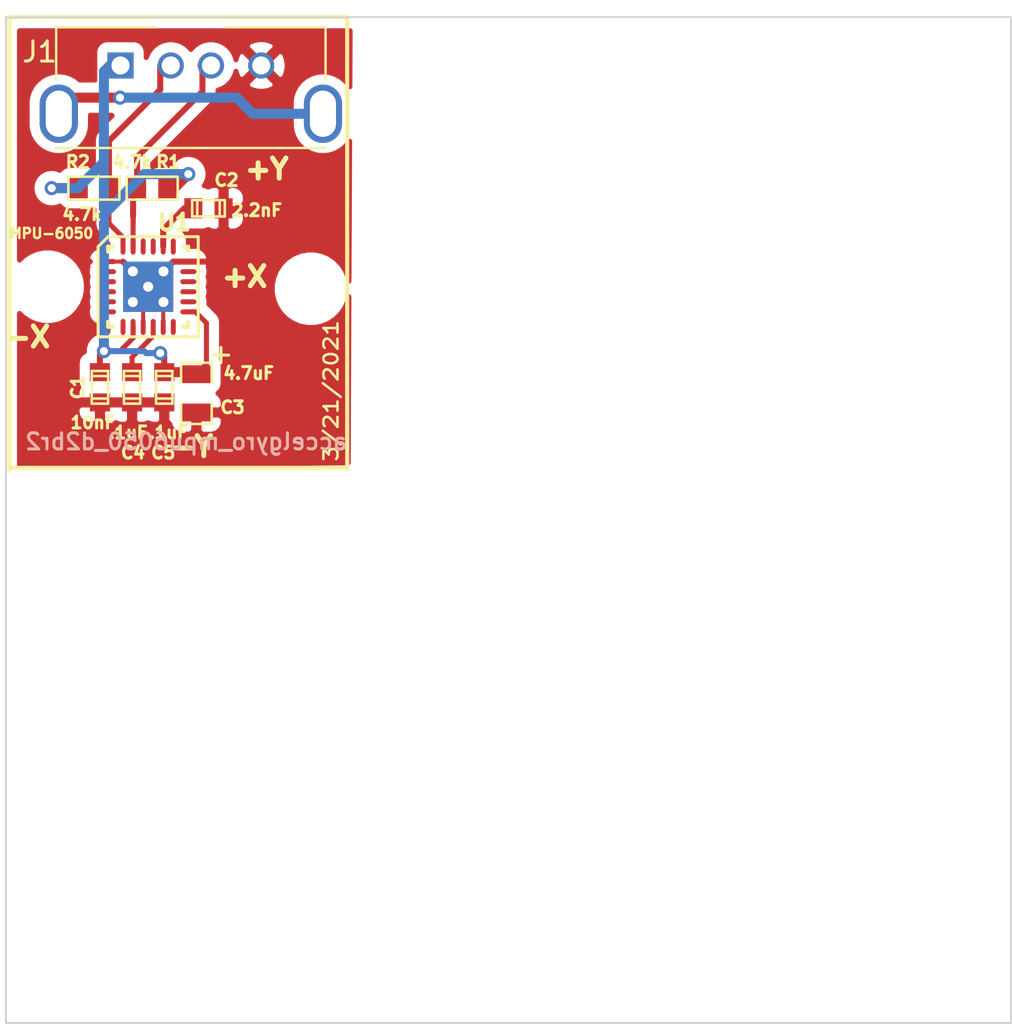
<source format=kicad_pcb>
(kicad_pcb (version 20171130) (host pcbnew 5.1.9-73d0e3b20d~88~ubuntu18.04.1)

  (general
    (thickness 1.6)
    (drawings 14)
    (tracks 82)
    (zones 0)
    (modules 11)
    (nets 8)
  )

  (page A)
  (layers
    (0 F.Cu signal)
    (31 B.Cu signal)
    (32 B.Adhes user)
    (33 F.Adhes user)
    (34 B.Paste user)
    (35 F.Paste user)
    (36 B.SilkS user)
    (37 F.SilkS user)
    (38 B.Mask user)
    (39 F.Mask user)
    (40 Dwgs.User user)
    (41 Cmts.User user)
    (42 Eco1.User user)
    (43 Eco2.User user)
    (44 Edge.Cuts user)
  )

  (setup
    (last_trace_width 0.5)
    (user_trace_width 0.1)
    (user_trace_width 0.15)
    (user_trace_width 0.2)
    (user_trace_width 0.25)
    (user_trace_width 0.3)
    (user_trace_width 0.35)
    (user_trace_width 0.4)
    (user_trace_width 0.5)
    (user_trace_width 0.6)
    (user_trace_width 0.7)
    (user_trace_width 0.8)
    (user_trace_width 1)
    (trace_clearance 0.05)
    (zone_clearance 0.5)
    (zone_45_only no)
    (trace_min 0.1)
    (via_size 0.7)
    (via_drill 0.4)
    (via_min_size 0.7)
    (via_min_drill 0.4)
    (uvia_size 0.4)
    (uvia_drill 0.127)
    (uvias_allowed no)
    (uvia_min_size 0.4)
    (uvia_min_drill 0.127)
    (edge_width 0.1)
    (segment_width 0.2)
    (pcb_text_width 0.3)
    (pcb_text_size 1.5 1.5)
    (mod_edge_width 0.15)
    (mod_text_size 1 1)
    (mod_text_width 0.15)
    (pad_size 0.6 0.6)
    (pad_drill 0.3)
    (pad_to_mask_clearance 0)
    (aux_axis_origin 0 0)
    (visible_elements 7FFFFFFF)
    (pcbplotparams
      (layerselection 0x010fc_ffffffff)
      (usegerberextensions true)
      (usegerberattributes false)
      (usegerberadvancedattributes false)
      (creategerberjobfile false)
      (excludeedgelayer true)
      (linewidth 0.150000)
      (plotframeref false)
      (viasonmask false)
      (mode 1)
      (useauxorigin false)
      (hpglpennumber 1)
      (hpglpenspeed 20)
      (hpglpendiameter 15.000000)
      (psnegative false)
      (psa4output false)
      (plotreference true)
      (plotvalue true)
      (plotinvisibletext false)
      (padsonsilk false)
      (subtractmaskfromsilk false)
      (outputformat 1)
      (mirror false)
      (drillshape 0)
      (scaleselection 1)
      (outputdirectory "PCB/"))
  )

  (net 0 "")
  (net 1 Vdd)
  (net 2 GND)
  (net 3 "Net-(C2-Pad1)")
  (net 4 "Net-(C4-Pad1)")
  (net 5 "Net-(J1-Pad5)")
  (net 6 SCL)
  (net 7 SDA)

  (net_class Default "This is the default net class."
    (clearance 0.05)
    (trace_width 0.5)
    (via_dia 0.7)
    (via_drill 0.4)
    (uvia_dia 0.4)
    (uvia_drill 0.127)
    (add_net GND)
    (add_net "Net-(C2-Pad1)")
    (add_net "Net-(C4-Pad1)")
    (add_net "Net-(J1-Pad5)")
    (add_net SCL)
    (add_net SDA)
    (add_net Vdd)
  )

  (module ted_capacitors:TED_SM0603_C (layer F.Cu) (tedit 5BF5AC1A) (tstamp 60583DAC)
    (at 142.875 110.4 270)
    (descr "SMT capacitor, 0603")
    (path /57C65F54)
    (fp_text reference C5 (at 3.25 0.05) (layer F.SilkS)
      (effects (font (size 0.6 0.6) (thickness 0.15)))
    )
    (fp_text value .1uF (at 2.25 -0.2) (layer F.SilkS)
      (effects (font (size 0.6 0.6) (thickness 0.15)))
    )
    (fp_line (start -0.8128 0.4064) (end -0.8128 -0.4064) (layer F.SilkS) (width 0.127))
    (fp_line (start 0.8128 0.4064) (end -0.8128 0.4064) (layer F.SilkS) (width 0.127))
    (fp_line (start 0.8128 -0.4064) (end 0.8128 0.4064) (layer F.SilkS) (width 0.127))
    (fp_line (start -0.8128 -0.4064) (end 0.8128 -0.4064) (layer F.SilkS) (width 0.127))
    (fp_line (start -0.5588 -0.381) (end -0.5588 0.4064) (layer F.SilkS) (width 0.127))
    (fp_line (start 0.5588 0.4064) (end 0.5588 -0.4064) (layer F.SilkS) (width 0.127))
    (pad 1 smd rect (at -0.75184 0 270) (size 0.89916 1.00076) (layers F.Cu F.Paste F.Mask)
      (net 1 Vdd) (clearance 0.1))
    (pad 2 smd rect (at 0.75184 0 270) (size 0.89916 1.00076) (layers F.Cu F.Paste F.Mask)
      (net 2 GND) (clearance 0.1))
    (model smd/capacitors/c_0603.wrl
      (at (xyz 0 0 0))
      (scale (xyz 1 1 1))
      (rotate (xyz 0 0 0))
    )
  )

  (module ted_ICs:TED_QFN24+1_NO_PASTE (layer F.Cu) (tedit 5BF5AA04) (tstamp 60583DFD)
    (at 142.075 105.4)
    (path /57C65137)
    (fp_text reference U1 (at 1.3 -3.2) (layer F.SilkS)
      (effects (font (size 0.8 0.8) (thickness 0.2)))
    )
    (fp_text value MPU-6050 (at -4.8 -2.65) (layer F.SilkS)
      (effects (font (size 0.5 0.5) (thickness 0.125)))
    )
    (fp_line (start 2.4892 -2.4892) (end 2.4892 2.4892) (layer F.SilkS) (width 0.14986))
    (fp_line (start 2.4892 2.4892) (end -2.4892 2.4892) (layer F.SilkS) (width 0.14986))
    (fp_line (start 1.99136 -1.99136) (end 1.99136 -1.74244) (layer F.SilkS) (width 0.20066))
    (fp_line (start 1.74244 -1.99136) (end 1.99136 -1.99136) (layer F.SilkS) (width 0.20066))
    (fp_line (start 1.99136 1.99136) (end 1.74244 1.99136) (layer F.SilkS) (width 0.20066))
    (fp_line (start 1.99136 1.74244) (end 1.99136 1.99136) (layer F.SilkS) (width 0.20066))
    (fp_line (start -1.99136 1.99136) (end -1.99136 1.74244) (layer F.SilkS) (width 0.20066))
    (fp_line (start -1.74244 1.99136) (end -1.99136 1.99136) (layer F.SilkS) (width 0.20066))
    (fp_line (start -1.99136 -1.99136) (end -1.74244 -1.99136) (layer F.SilkS) (width 0.20066))
    (fp_line (start -1.99136 -1.74244) (end -1.99136 -1.99136) (layer F.SilkS) (width 0.20066))
    (fp_line (start -2.4892 -1.99136) (end -1.99136 -2.4892) (layer F.SilkS) (width 0.14986))
    (fp_line (start -2.4892 -1.99136) (end -2.4892 2.4892) (layer F.SilkS) (width 0.14986))
    (fp_line (start -1.99136 -2.4892) (end 2.4892 -2.4892) (layer F.SilkS) (width 0.14986))
    (pad 25 smd rect (at 0 0 270) (size 2.49936 2.49936) (layers B.Cu B.Mask)
      (net 2 GND) (zone_connect 2))
    (pad 25 thru_hole circle (at -0.762 0.762 270) (size 0.6 0.6) (drill 0.5) (layers *.Cu)
      (net 2 GND) (zone_connect 2))
    (pad 25 thru_hole circle (at 0.762 0.762 270) (size 0.6 0.6) (drill 0.5) (layers *.Cu)
      (net 2 GND) (zone_connect 2))
    (pad 25 thru_hole circle (at -0.762 -0.762 270) (size 0.6 0.6) (drill 0.5) (layers *.Cu)
      (net 2 GND) (zone_connect 2))
    (pad 25 thru_hole circle (at 0.762 -0.762 270) (size 0.6 0.6) (drill 0.5) (layers *.Cu)
      (net 2 GND) (zone_connect 2))
    (pad 25 thru_hole circle (at 0 0 270) (size 0.6 0.6) (drill 0.5) (layers *.Cu)
      (net 2 GND) (zone_connect 2))
    (pad 24 smd oval (at -1.24968 -1.99898 270) (size 0.8001 0.24892) (layers F.Cu F.Paste F.Mask)
      (net 7 SDA))
    (pad 23 smd oval (at -0.7493 -1.99898 270) (size 0.8001 0.24892) (layers F.Cu F.Paste F.Mask)
      (net 6 SCL))
    (pad 22 smd oval (at -0.24892 -1.99898 270) (size 0.8001 0.24892) (layers F.Cu F.Paste F.Mask))
    (pad 21 smd oval (at 0.24892 -1.99898 270) (size 0.8001 0.24892) (layers F.Cu F.Paste F.Mask))
    (pad 20 smd oval (at 0.7493 -1.99898 270) (size 0.8001 0.24892) (layers F.Cu F.Paste F.Mask)
      (net 3 "Net-(C2-Pad1)"))
    (pad 19 smd oval (at 1.24968 -1.99898 270) (size 0.8001 0.24892) (layers F.Cu F.Paste F.Mask))
    (pad 18 smd oval (at 1.99898 -1.24968 180) (size 0.8001 0.24892) (layers F.Cu F.Paste F.Mask)
      (net 2 GND))
    (pad 17 smd oval (at 1.99898 -0.7493 180) (size 0.8001 0.24892) (layers F.Cu F.Paste F.Mask))
    (pad 16 smd oval (at 1.99898 -0.24892 180) (size 0.8001 0.24892) (layers F.Cu F.Paste F.Mask))
    (pad 15 smd oval (at 1.99898 0.24892 180) (size 0.8001 0.24892) (layers F.Cu F.Paste F.Mask))
    (pad 14 smd oval (at 1.99898 0.7493 180) (size 0.8001 0.24892) (layers F.Cu F.Paste F.Mask))
    (pad 13 smd oval (at 1.99898 1.24968 180) (size 0.8001 0.24892) (layers F.Cu F.Paste F.Mask)
      (net 1 Vdd))
    (pad 12 smd oval (at 1.24968 1.99898 90) (size 0.8001 0.24892) (layers F.Cu F.Paste F.Mask))
    (pad 11 smd oval (at 0.7493 1.99898 90) (size 0.8001 0.24892) (layers F.Cu F.Paste F.Mask)
      (net 2 GND))
    (pad 10 smd oval (at 0.24892 1.99898 90) (size 0.8001 0.24892) (layers F.Cu F.Paste F.Mask)
      (net 4 "Net-(C4-Pad1)"))
    (pad 9 smd oval (at -0.24892 1.99898 90) (size 0.8001 0.24892) (layers F.Cu F.Paste F.Mask)
      (net 2 GND))
    (pad 8 smd oval (at -0.7493 1.99898 90) (size 0.8001 0.24892) (layers F.Cu F.Paste F.Mask)
      (net 1 Vdd))
    (pad 7 smd oval (at -1.24968 1.99898 90) (size 0.8001 0.24892) (layers F.Cu F.Paste F.Mask))
    (pad 6 smd oval (at -1.99898 1.24968) (size 0.8001 0.24892) (layers F.Cu F.Paste F.Mask))
    (pad 5 smd oval (at -1.99898 0.7493) (size 0.8001 0.24892) (layers F.Cu F.Paste F.Mask))
    (pad 4 smd oval (at -1.99898 0.24892) (size 0.8001 0.24892) (layers F.Cu F.Paste F.Mask))
    (pad 3 smd oval (at -1.99898 -0.24892) (size 0.8001 0.24892) (layers F.Cu F.Paste F.Mask))
    (pad 2 smd oval (at -1.99898 -0.7493) (size 0.8001 0.24892) (layers F.Cu F.Paste F.Mask))
    (pad 1 smd oval (at -1.99898 -1.24968) (size 0.8001 0.24892) (layers F.Cu F.Paste F.Mask)
      (net 2 GND))
    (pad 25 smd rect (at 0 0 270) (size 2.49936 2.49936) (layers F.Cu F.Mask)
      (net 2 GND) (zone_connect 2))
    (model smd/qfn24.wrl
      (at (xyz 0 0 0))
      (scale (xyz 1 1 1))
      (rotate (xyz 0 0 0))
    )
  )

  (module ted_holes:TED_Hole_2_6mm (layer F.Cu) (tedit 0) (tstamp 60583CDC)
    (at 150.175 105.5)
    (path /539CBE67)
    (fp_text reference H2 (at -0.05 -2.425) (layer F.SilkS) hide
      (effects (font (size 1 1) (thickness 0.15)))
    )
    (fp_text value HOLE (at 0.25 2.6) (layer F.SilkS) hide
      (effects (font (size 1 1) (thickness 0.15)))
    )
    (pad "" np_thru_hole circle (at 0 0) (size 2.6 2.6) (drill 2.6) (layers *.Cu *.Mask F.SilkS))
  )

  (module ted_capacitors:TED_SM0603_C (layer F.Cu) (tedit 5BF5AC1D) (tstamp 60583C32)
    (at 141.275 110.4 270)
    (descr "SMT capacitor, 0603")
    (path /52A5541B)
    (fp_text reference C4 (at 3.25 -0.05) (layer F.SilkS)
      (effects (font (size 0.6 0.6) (thickness 0.15)))
    )
    (fp_text value .1uF (at 2.25 0.2) (layer F.SilkS)
      (effects (font (size 0.6 0.6) (thickness 0.15)))
    )
    (fp_line (start -0.8128 0.4064) (end -0.8128 -0.4064) (layer F.SilkS) (width 0.127))
    (fp_line (start 0.8128 0.4064) (end -0.8128 0.4064) (layer F.SilkS) (width 0.127))
    (fp_line (start 0.8128 -0.4064) (end 0.8128 0.4064) (layer F.SilkS) (width 0.127))
    (fp_line (start -0.8128 -0.4064) (end 0.8128 -0.4064) (layer F.SilkS) (width 0.127))
    (fp_line (start -0.5588 -0.381) (end -0.5588 0.4064) (layer F.SilkS) (width 0.127))
    (fp_line (start 0.5588 0.4064) (end 0.5588 -0.4064) (layer F.SilkS) (width 0.127))
    (pad 1 smd rect (at -0.75184 0 270) (size 0.89916 1.00076) (layers F.Cu F.Paste F.Mask)
      (net 4 "Net-(C4-Pad1)") (clearance 0.1))
    (pad 2 smd rect (at 0.75184 0 270) (size 0.89916 1.00076) (layers F.Cu F.Paste F.Mask)
      (net 2 GND) (clearance 0.1))
    (model smd/capacitors/c_0603.wrl
      (at (xyz 0 0 0))
      (scale (xyz 1 1 1))
      (rotate (xyz 0 0 0))
    )
  )

  (module ted_resistors:TED_SM0603_R (layer F.Cu) (tedit 590515EF) (tstamp 60583D7D)
    (at 139.375 100.5)
    (descr "SMT resistor, 0603")
    (path /606043D1)
    (fp_text reference R2 (at -0.8 -1.3) (layer F.SilkS)
      (effects (font (size 0.6 0.6) (thickness 0.15)))
    )
    (fp_text value 4.7k (at -0.6 1.3) (layer F.SilkS)
      (effects (font (size 0.6 0.6) (thickness 0.15)))
    )
    (fp_line (start -1.27 -0.57) (end -1.27 0.57) (layer F.SilkS) (width 0.127))
    (fp_line (start 1.27 -0.57) (end 1.27 0.57) (layer F.SilkS) (width 0.127))
    (fp_line (start -1.25 -0.57) (end 1.25 -0.57) (layer F.SilkS) (width 0.127))
    (fp_line (start 1.25 0.57) (end -1.25 0.57) (layer F.SilkS) (width 0.127))
    (pad 2 smd rect (at 0.75184 0) (size 0.89916 1.00076) (layers F.Cu F.Paste F.Mask)
      (net 7 SDA) (clearance 0.1))
    (pad 1 smd rect (at -0.75184 0) (size 0.89916 1.00076) (layers F.Cu F.Paste F.Mask)
      (net 1 Vdd) (clearance 0.1))
    (model smd/capacitors/c_0603.wrl
      (at (xyz 0 0 0))
      (scale (xyz 1 1 1))
      (rotate (xyz 0 0 0))
    )
  )

  (module ted_capacitors:TED_SM0603_C (layer F.Cu) (tedit 5BF5AC07) (tstamp 60583BF9)
    (at 139.675 110.4 270)
    (descr "SMT capacitor, 0603")
    (path /52959381)
    (fp_text reference C1 (at 0 1.1 270) (layer F.SilkS)
      (effects (font (size 0.6 0.6) (thickness 0.15)))
    )
    (fp_text value 10nF (at 1.75 0.35) (layer F.SilkS)
      (effects (font (size 0.6 0.6) (thickness 0.15)))
    )
    (fp_line (start -0.8128 0.4064) (end -0.8128 -0.4064) (layer F.SilkS) (width 0.127))
    (fp_line (start 0.8128 0.4064) (end -0.8128 0.4064) (layer F.SilkS) (width 0.127))
    (fp_line (start 0.8128 -0.4064) (end 0.8128 0.4064) (layer F.SilkS) (width 0.127))
    (fp_line (start -0.8128 -0.4064) (end 0.8128 -0.4064) (layer F.SilkS) (width 0.127))
    (fp_line (start -0.5588 -0.381) (end -0.5588 0.4064) (layer F.SilkS) (width 0.127))
    (fp_line (start 0.5588 0.4064) (end 0.5588 -0.4064) (layer F.SilkS) (width 0.127))
    (pad 1 smd rect (at -0.75184 0 270) (size 0.89916 1.00076) (layers F.Cu F.Paste F.Mask)
      (net 1 Vdd) (clearance 0.1))
    (pad 2 smd rect (at 0.75184 0 270) (size 0.89916 1.00076) (layers F.Cu F.Paste F.Mask)
      (net 2 GND) (clearance 0.1))
    (model smd/capacitors/c_0603.wrl
      (at (xyz 0 0 0))
      (scale (xyz 1 1 1))
      (rotate (xyz 0 0 0))
    )
  )

  (module ted_capacitors:TED_SM2012_0805_ELEC_C (layer F.Cu) (tedit 5BF5ABDC) (tstamp 60583E67)
    (at 144.475 110.7 270)
    (path /54A72EF7)
    (attr smd)
    (fp_text reference C3 (at 0.7 -1.8) (layer F.SilkS)
      (effects (font (size 0.6 0.6) (thickness 0.15)))
    )
    (fp_text value 4.7uF (at -1 -2.6 180) (layer F.SilkS)
      (effects (font (size 0.6 0.6) (thickness 0.15)))
    )
    (fp_line (start 1.524 0.762) (end 0.508 0.762) (layer F.SilkS) (width 0.127))
    (fp_line (start 1.524 -0.762) (end 1.524 0.762) (layer F.SilkS) (width 0.127))
    (fp_line (start 0.508 -0.762) (end 1.524 -0.762) (layer F.SilkS) (width 0.127))
    (fp_line (start -1.524 -0.762) (end -0.508 -0.762) (layer F.SilkS) (width 0.127))
    (fp_line (start -1.524 0.762) (end -1.524 -0.762) (layer F.SilkS) (width 0.127))
    (fp_line (start -0.508 0.762) (end -1.524 0.762) (layer F.SilkS) (width 0.127))
    (fp_text user + (at -1.9 -1.15 270) (layer F.SilkS)
      (effects (font (size 1 1) (thickness 0.15)))
    )
    (pad 2 smd rect (at 0.9525 0 270) (size 0.889 1.397) (layers F.Cu F.Paste F.Mask)
      (net 2 GND))
    (pad 1 smd rect (at -0.9525 0 270) (size 0.889 1.397) (layers F.Cu F.Paste F.Mask)
      (net 1 Vdd))
    (model smd/chip_cms.wrl
      (at (xyz 0 0 0))
      (scale (xyz 0.1 0.1 0.1))
      (rotate (xyz 0 0 0))
    )
  )

  (module ted_connectors:TED_USB_A_VERTICAL (layer F.Cu) (tedit 5FD3189F) (tstamp 60583EA5)
    (at 144.2 95.4)
    (descr https://www.molex.com/pdm_docs/sd/1050570001_sd.pdf)
    (tags "USB A Vertical")
    (path /60286078)
    (fp_text reference J1 (at -7.525 -1.675) (layer F.SilkS)
      (effects (font (size 1 1) (thickness 0.15)))
    )
    (fp_text value USB_A (at 0 4.4) (layer F.Fab)
      (effects (font (size 1 1) (thickness 0.15)))
    )
    (fp_line (start 6.7 3.1) (end -6.7 3.1) (layer F.SilkS) (width 0.12))
    (fp_line (start 6.7 -2.9) (end 1.75 -2.9) (layer F.SilkS) (width 0.12))
    (fp_line (start 6.7 -2.9) (end 6.7 -0.3) (layer F.SilkS) (width 0.12))
    (fp_line (start -6.7 -2.9) (end -6.7 -0.3) (layer F.SilkS) (width 0.12))
    (fp_line (start -6.7 -2.9) (end -1.75 -2.9) (layer F.SilkS) (width 0.12))
    (fp_line (start 6.55 2.96) (end -2.85 2.96) (layer F.Fab) (width 0.1))
    (fp_line (start -4.15 2.96) (end -6.55 2.96) (layer F.Fab) (width 0.1))
    (fp_line (start -3.5 2.2) (end -2.85 2.96) (layer F.Fab) (width 0.1))
    (fp_line (start -4.15 2.96) (end -3.5 2.2) (layer F.Fab) (width 0.1))
    (fp_line (start -8.02 -4.23) (end 8.02 -4.23) (layer F.CrtYd) (width 0.05))
    (fp_line (start -8.02 3.46) (end -8.02 -4.23) (layer F.CrtYd) (width 0.05))
    (fp_line (start 8.02 3.46) (end -8.02 3.46) (layer F.CrtYd) (width 0.05))
    (fp_line (start 8.02 -4.23) (end 8.02 3.46) (layer F.CrtYd) (width 0.05))
    (fp_line (start -6.55 2.96) (end -6.55 -2.76) (layer F.Fab) (width 0.1))
    (fp_line (start 6.55 -2.76) (end 6.55 2.96) (layer F.Fab) (width 0.1))
    (fp_line (start -6.55 -2.76) (end 6.55 -2.76) (layer F.Fab) (width 0.1))
    (fp_text user %R (at -0.05 -0.15) (layer F.Fab)
      (effects (font (size 1 1) (thickness 0.15)))
    )
    (pad 5 thru_hole oval (at 6.57 1.4) (size 1.9 2.9) (drill oval 1.3 2.3) (layers *.Cu *.Mask)
      (net 5 "Net-(J1-Pad5)"))
    (pad 5 thru_hole oval (at -6.57 1.4 180) (size 1.9 2.9) (drill oval 1.3 2.3) (layers *.Cu *.Mask)
      (net 5 "Net-(J1-Pad5)"))
    (pad 4 thru_hole circle (at 3.5 -1) (size 1.3 1.3) (drill 0.9) (layers *.Cu *.Mask)
      (net 2 GND))
    (pad 3 thru_hole circle (at 1 -1) (size 1.3 1.3) (drill 0.9) (layers *.Cu *.Mask)
      (net 6 SCL))
    (pad 2 thru_hole circle (at -1 -1) (size 1.3 1.3) (drill 0.9) (layers *.Cu *.Mask)
      (net 7 SDA))
    (pad 1 thru_hole rect (at -3.5 -1) (size 1.3 1.3) (drill 0.9) (layers *.Cu *.Mask)
      (net 1 Vdd))
    (model ${KISYS3DMOD}/Connector_USB.3dshapes/USB_A_Molex_105057_Vertical.wrl
      (at (xyz 0 0 0))
      (scale (xyz 1 1 1))
      (rotate (xyz 0 0 0))
    )
  )

  (module ted_holes:TED_Hole_2_6mm (layer F.Cu) (tedit 0) (tstamp 60583D69)
    (at 137.075 105.4)
    (path /5365C78C)
    (fp_text reference H1 (at -0.05 -2.425) (layer F.SilkS) hide
      (effects (font (size 1 1) (thickness 0.15)))
    )
    (fp_text value HOLE (at 0.25 2.6) (layer F.SilkS) hide
      (effects (font (size 1 1) (thickness 0.15)))
    )
    (pad "" np_thru_hole circle (at 0 0) (size 2.6 2.6) (drill 2.6) (layers *.Cu *.Mask F.SilkS))
  )

  (module ted_resistors:TED_SM0603_R (layer F.Cu) (tedit 590515EF) (tstamp 60583C7B)
    (at 142.275 100.5 180)
    (descr "SMT resistor, 0603")
    (path /60600AFC)
    (fp_text reference R1 (at -0.8 1.3) (layer F.SilkS)
      (effects (font (size 0.6 0.6) (thickness 0.15)))
    )
    (fp_text value 4.7k (at 1 1.3) (layer F.SilkS)
      (effects (font (size 0.6 0.6) (thickness 0.15)))
    )
    (fp_line (start 1.25 0.57) (end -1.25 0.57) (layer F.SilkS) (width 0.127))
    (fp_line (start -1.25 -0.57) (end 1.25 -0.57) (layer F.SilkS) (width 0.127))
    (fp_line (start 1.27 -0.57) (end 1.27 0.57) (layer F.SilkS) (width 0.127))
    (fp_line (start -1.27 -0.57) (end -1.27 0.57) (layer F.SilkS) (width 0.127))
    (pad 1 smd rect (at -0.75184 0 180) (size 0.89916 1.00076) (layers F.Cu F.Paste F.Mask)
      (net 1 Vdd) (clearance 0.1))
    (pad 2 smd rect (at 0.75184 0 180) (size 0.89916 1.00076) (layers F.Cu F.Paste F.Mask)
      (net 6 SCL) (clearance 0.1))
    (model smd/capacitors/c_0603.wrl
      (at (xyz 0 0 0))
      (scale (xyz 1 1 1))
      (rotate (xyz 0 0 0))
    )
  )

  (module ted_capacitors:TED_SM0603_C (layer F.Cu) (tedit 5BF5AA08) (tstamp 60583CEF)
    (at 145.075 101.5)
    (descr "SMT capacitor, 0603")
    (path /57C66146)
    (fp_text reference C2 (at 0.9 -1.4) (layer F.SilkS)
      (effects (font (size 0.6 0.6) (thickness 0.15)))
    )
    (fp_text value 2.2nF (at 2.4 0.1 180) (layer F.SilkS)
      (effects (font (size 0.6 0.6) (thickness 0.15)))
    )
    (fp_line (start -0.8128 0.4064) (end -0.8128 -0.4064) (layer F.SilkS) (width 0.127))
    (fp_line (start 0.8128 0.4064) (end -0.8128 0.4064) (layer F.SilkS) (width 0.127))
    (fp_line (start 0.8128 -0.4064) (end 0.8128 0.4064) (layer F.SilkS) (width 0.127))
    (fp_line (start -0.8128 -0.4064) (end 0.8128 -0.4064) (layer F.SilkS) (width 0.127))
    (fp_line (start -0.5588 -0.381) (end -0.5588 0.4064) (layer F.SilkS) (width 0.127))
    (fp_line (start 0.5588 0.4064) (end 0.5588 -0.4064) (layer F.SilkS) (width 0.127))
    (pad 1 smd rect (at -0.75184 0) (size 0.89916 1.00076) (layers F.Cu F.Paste F.Mask)
      (net 3 "Net-(C2-Pad1)") (clearance 0.1))
    (pad 2 smd rect (at 0.75184 0) (size 0.89916 1.00076) (layers F.Cu F.Paste F.Mask)
      (net 2 GND) (clearance 0.1))
    (model smd/capacitors/c_0603.wrl
      (at (xyz 0 0 0))
      (scale (xyz 1 1 1))
      (rotate (xyz 0 0 0))
    )
  )

  (gr_line (start 135.175 114.4) (end 151.975 114.4) (angle 90) (layer F.SilkS) (width 0.2) (tstamp 60583D0C))
  (gr_line (start 151.975 92) (end 135.175 92) (angle 90) (layer F.SilkS) (width 0.2) (tstamp 60583D63))
  (gr_text +Y (at 147.975 99.55) (layer F.SilkS) (tstamp 60583C22)
    (effects (font (size 1 1) (thickness 0.25)))
  )
  (gr_text -Y (at 144.225 113.35) (layer F.SilkS) (tstamp 60583E86)
    (effects (font (size 1 1) (thickness 0.25)))
  )
  (gr_line (start 135.175 92.1) (end 135.175 114.5) (angle 90) (layer F.SilkS) (width 0.2) (tstamp 60583D33))
  (gr_text accelgyro_mpu6050_d2br2 (at 143.975 113.1) (layer B.SilkS) (tstamp 60583CCA)
    (effects (font (size 0.8 0.8) (thickness 0.15)) (justify mirror))
  )
  (gr_text +X (at 146.875 104.9) (layer F.SilkS) (tstamp 60583D2A)
    (effects (font (size 1 1) (thickness 0.25)))
  )
  (gr_text -X (at 136.075 107.9) (layer F.SilkS) (tstamp 60583C91)
    (effects (font (size 1 1) (thickness 0.25)))
  )
  (gr_text 3/21/2021 (at 151.175 110.575 90) (layer F.SilkS) (tstamp 60583D39)
    (effects (font (size 0.7 0.8) (thickness 0.125)))
  )
  (gr_line (start 151.975 114.475) (end 151.975 92.075) (angle 90) (layer F.SilkS) (width 0.2) (tstamp 60583E80))
  (gr_line (start 135 142) (end 185 142) (angle 90) (layer Edge.Cuts) (width 0.1))
  (gr_line (start 185 92) (end 185 142) (angle 90) (layer Edge.Cuts) (width 0.1))
  (gr_line (start 135 92) (end 185 92) (angle 90) (layer Edge.Cuts) (width 0.1) (tstamp 60583CA6))
  (gr_line (start 135 92) (end 135 142) (angle 90) (layer Edge.Cuts) (width 0.1) (tstamp 60583DC3))

  (segment (start 139.675 108.8) (end 139.875 108.6) (width 0.3) (layer F.Cu) (net 1) (tstamp 60583DC9))
  (segment (start 139.675 109.64816) (end 139.675 108.8) (width 0.3) (layer F.Cu) (net 1) (tstamp 60583C94) (status 10))
  (segment (start 141.975 108.7) (end 142.675 108.7) (width 0.3) (layer B.Cu) (net 1) (tstamp 60583CCD))
  (via (at 142.675 108.7) (size 0.7) (drill 0.4) (layers F.Cu B.Cu) (net 1) (tstamp 60583D9C))
  (segment (start 141.875 108.6) (end 141.975 108.7) (width 0.3) (layer B.Cu) (net 1) (tstamp 60583C8E))
  (segment (start 139.875 108.6) (end 141.875 108.6) (width 0.3) (layer B.Cu) (net 1) (tstamp 60583D3C))
  (segment (start 142.675 108.7) (end 142.875 108.9) (width 0.3) (layer F.Cu) (net 1) (tstamp 60583CAC))
  (segment (start 142.875 108.9) (end 142.875 109.64816) (width 0.3) (layer F.Cu) (net 1) (tstamp 60583CB2) (status 20))
  (via (at 139.875 108.6) (size 0.7) (drill 0.4) (layers F.Cu B.Cu) (net 1) (tstamp 60583CBE))
  (segment (start 144.37566 109.64816) (end 144.475 109.7475) (width 0.5) (layer F.Cu) (net 1) (tstamp 60583C58))
  (segment (start 142.875 109.64816) (end 144.37566 109.64816) (width 0.5) (layer F.Cu) (net 1) (tstamp 60583D12))
  (segment (start 139.875 94.7) (end 140.175 94.4) (width 0.5) (layer B.Cu) (net 1) (tstamp 60583D54))
  (segment (start 143.02684 100.5) (end 143.375 100.5) (width 0.5) (layer F.Cu) (net 1) (tstamp 60583D57))
  (via (at 144.075 99.8) (size 0.7) (drill 0.4) (layers F.Cu B.Cu) (net 1) (tstamp 60583C10))
  (segment (start 143.375 100.5) (end 144.075 99.8) (width 0.5) (layer F.Cu) (net 1) (tstamp 60583C61))
  (via (at 137.275 100.5) (size 0.7) (drill 0.4) (layers F.Cu B.Cu) (net 1) (tstamp 60583C49))
  (segment (start 138.62316 100.5) (end 137.275 100.5) (width 0.5) (layer F.Cu) (net 1) (tstamp 60583E83))
  (segment (start 138.575 100.5) (end 139.875 99.2) (width 0.5) (layer B.Cu) (net 1) (tstamp 60583D30))
  (segment (start 137.275 100.5) (end 138.575 100.5) (width 0.5) (layer B.Cu) (net 1) (tstamp 60583DCC))
  (segment (start 139.875 99.2) (end 139.875 94.7) (width 0.5) (layer B.Cu) (net 1) (tstamp 60583CC7))
  (segment (start 141.875 99.8) (end 139.875 101.8) (width 0.5) (layer B.Cu) (net 1) (tstamp 60583D4B))
  (segment (start 144.075 99.8) (end 141.875 99.8) (width 0.5) (layer B.Cu) (net 1) (tstamp 60583D4E))
  (segment (start 139.875 108.6) (end 139.875 101.8) (width 0.5) (layer B.Cu) (net 1) (tstamp 60583D51))
  (segment (start 139.875 101.8) (end 139.875 99.2) (width 0.5) (layer B.Cu) (net 1) (tstamp 60583C70))
  (segment (start 141.3257 107.39898) (end 141.3257 107.9493) (width 0.25) (layer F.Cu) (net 1) (tstamp 60583D48))
  (segment (start 140.675 108.6) (end 139.875 108.6) (width 0.25) (layer F.Cu) (net 1) (tstamp 60583C6A))
  (segment (start 141.3257 107.9493) (end 140.675 108.6) (width 0.25) (layer F.Cu) (net 1) (tstamp 60583D0F))
  (segment (start 144.07398 106.64968) (end 144.42468 106.64968) (width 0.25) (layer F.Cu) (net 1) (tstamp 60583D72))
  (segment (start 144.42468 106.64968) (end 144.975 107.2) (width 0.25) (layer F.Cu) (net 1) (tstamp 60583C97))
  (segment (start 144.975 109.2475) (end 144.475 109.7475) (width 0.25) (layer F.Cu) (net 1) (tstamp 60583C64))
  (segment (start 144.975 107.2) (end 144.975 109.2475) (width 0.25) (layer F.Cu) (net 1) (tstamp 60583D18))
  (segment (start 142.875 112.6) (end 142.875 111.15184) (width 0.5) (layer F.Cu) (net 2) (tstamp 60583C25) (status 20))
  (segment (start 143.125 112.85) (end 142.875 112.6) (width 0.5) (layer F.Cu) (net 2) (tstamp 60583CC4))
  (segment (start 140.82532 104.15032) (end 141.313 104.638) (width 0.2) (layer F.Cu) (net 2) (tstamp 60583C52) (status 30))
  (segment (start 141.525 112.85) (end 141.275 112.6) (width 0.5) (layer F.Cu) (net 2) (tstamp 60583D2D))
  (segment (start 143.625 112.85) (end 142.375 112.85) (width 0.5) (layer F.Cu) (net 2) (tstamp 60583CD3))
  (segment (start 140.07602 104.15032) (end 140.82532 104.15032) (width 0.2) (layer F.Cu) (net 2) (tstamp 60583C5E) (status 30))
  (segment (start 141.82608 105.64892) (end 142.075 105.4) (width 0.2) (layer F.Cu) (net 2) (tstamp 60583C5B) (status 30))
  (segment (start 142.375 112.85) (end 140.325 112.85) (width 0.5) (layer F.Cu) (net 2) (tstamp 60583EDA))
  (segment (start 141.275 112.6) (end 141.275 111.15184) (width 0.5) (layer F.Cu) (net 2) (tstamp 60583C55) (status 20))
  (segment (start 142.375 112.85) (end 141.525 112.85) (width 0.5) (layer F.Cu) (net 2) (tstamp 60583C1F))
  (segment (start 139.675 112.2) (end 139.675 111.15184) (width 0.5) (layer F.Cu) (net 2) (tstamp 60583C1C) (status 20))
  (segment (start 142.8243 107.39898) (end 142.8243 106.1493) (width 0.2) (layer F.Cu) (net 2) (tstamp 60583CB5) (status 30))
  (segment (start 141.82608 107.39898) (end 141.82608 105.64892) (width 0.2) (layer F.Cu) (net 2) (tstamp 60583D90) (status 30))
  (segment (start 142.8243 106.1493) (end 142.075 105.4) (width 0.2) (layer F.Cu) (net 2) (tstamp 60583D09) (status 30))
  (segment (start 144.475 112.597) (end 144.475 111.6525) (width 0.5) (layer F.Cu) (net 2) (tstamp 60583D06) (status 20))
  (segment (start 144.475 112.597) (end 144.222 112.85) (width 0.5) (layer F.Cu) (net 2) (tstamp 60583CD6))
  (segment (start 140.82532 104.15032) (end 142.075 105.4) (width 0.3) (layer F.Cu) (net 2) (tstamp 60583D99) (status 30))
  (segment (start 143.625 112.85) (end 143.125 112.85) (width 0.5) (layer F.Cu) (net 2) (tstamp 60583D5A))
  (segment (start 144.222 112.85) (end 143.625 112.85) (width 0.5) (layer F.Cu) (net 2) (tstamp 60583D1E))
  (segment (start 140.325 112.85) (end 139.675 112.2) (width 0.5) (layer F.Cu) (net 2) (tstamp 60583C19))
  (segment (start 143.32468 104.15032) (end 142.075 105.4) (width 0.3) (layer F.Cu) (net 2) (tstamp 60583C67))
  (segment (start 144.07398 104.15032) (end 143.32468 104.15032) (width 0.3) (layer F.Cu) (net 2) (tstamp 60583D9F))
  (segment (start 144.07398 104.15032) (end 144.62468 104.15032) (width 0.3) (layer F.Cu) (net 2) (tstamp 60583D93))
  (segment (start 144.62468 104.15032) (end 145.32468 104.15032) (width 0.3) (layer F.Cu) (net 2) (tstamp 60583C4C))
  (segment (start 142.8243 103.40102) (end 142.8243 102.5507) (width 0.3) (layer F.Cu) (net 3) (tstamp 60583C16))
  (segment (start 143.875 101.5) (end 144.32316 101.5) (width 0.3) (layer F.Cu) (net 3) (tstamp 60583D96))
  (segment (start 142.8243 102.5507) (end 143.875 101.5) (width 0.3) (layer F.Cu) (net 3) (tstamp 60583D24))
  (segment (start 142.32392 107.39898) (end 142.32392 107.85108) (width 0.25) (layer F.Cu) (net 4) (tstamp 60583CAF))
  (segment (start 141.275 108.9) (end 141.275 109.64816) (width 0.25) (layer F.Cu) (net 4) (tstamp 60583CBB))
  (segment (start 142.32392 107.85108) (end 141.275 108.9) (width 0.25) (layer F.Cu) (net 4) (tstamp 60583D42))
  (segment (start 150.245 96.8) (end 147.275 96.8) (width 0.5) (layer B.Cu) (net 5) (tstamp 60583C9D))
  (via (at 140.675 96) (size 0.7) (drill 0.4) (layers F.Cu B.Cu) (net 5) (tstamp 60583D36))
  (segment (start 147.275 96.8) (end 146.475 96) (width 0.5) (layer B.Cu) (net 5) (tstamp 60583C9A))
  (segment (start 146.475 96) (end 140.675 96) (width 0.5) (layer B.Cu) (net 5) (tstamp 60583D21))
  (segment (start 137.905 96) (end 137.105 96.8) (width 0.5) (layer F.Cu) (net 5) (tstamp 60583D15))
  (segment (start 140.675 96) (end 137.905 96) (width 0.5) (layer F.Cu) (net 5) (tstamp 60583C4F))
  (segment (start 141.3257 102.2993) (end 141.3257 103.40102) (width 0.2) (layer F.Cu) (net 6) (tstamp 60583DC6) (status 20))
  (segment (start 141.3257 102.2993) (end 141.3257 101.90114) (width 0.25) (layer F.Cu) (net 6) (tstamp 60583CC1))
  (segment (start 141.3257 103.40102) (end 141.3257 101.90114) (width 0.25) (layer F.Cu) (net 6) (tstamp 60583D60))
  (segment (start 141.3257 100.69746) (end 141.52316 100.5) (width 0.3) (layer F.Cu) (net 6) (tstamp 60583CB8))
  (segment (start 141.3257 101.90114) (end 141.3257 100.69746) (width 0.3) (layer F.Cu) (net 6) (tstamp 60583E89))
  (segment (start 141.52316 100.5) (end 141.52316 98.95184) (width 0.3) (layer F.Cu) (net 6) (tstamp 60583CA0))
  (segment (start 141.52316 98.95184) (end 144.775 95.7) (width 0.3) (layer F.Cu) (net 6) (tstamp 60583D1B))
  (segment (start 144.775 94.5) (end 144.675 94.4) (width 0.3) (layer F.Cu) (net 6) (tstamp 60583C6D))
  (segment (start 144.775 95.7) (end 144.775 94.5) (width 0.3) (layer F.Cu) (net 6) (tstamp 60583C13))
  (segment (start 140.82532 103.40102) (end 140.82532 102.95032) (width 0.25) (layer F.Cu) (net 7) (tstamp 60583CD0))
  (segment (start 140.12684 102.25184) (end 140.12684 100.5) (width 0.25) (layer F.Cu) (net 7) (tstamp 60583D45))
  (segment (start 140.82532 102.95032) (end 140.12684 102.25184) (width 0.25) (layer F.Cu) (net 7) (tstamp 60583CA3))
  (segment (start 140.12684 100.5) (end 140.12684 98.14816) (width 0.3) (layer F.Cu) (net 7) (tstamp 60583CA9))
  (segment (start 142.675 95.6) (end 142.675 94.4) (width 0.3) (layer F.Cu) (net 7) (tstamp 60583D27))
  (segment (start 140.12684 98.14816) (end 142.675 95.6) (width 0.3) (layer F.Cu) (net 7) (tstamp 60583D3F))

  (zone (net 2) (net_name GND) (layer F.Cu) (tstamp 60583D5D) (hatch edge 0.508)
    (connect_pads (clearance 0.5))
    (min_thickness 0.254)
    (fill yes (arc_segments 16) (thermal_gap 0.508) (thermal_bridge_width 0.508))
    (polygon
      (pts
        (xy 135.075 92.05) (xy 134.975 114.45) (xy 152.15 114.275) (xy 152.25 91.875)
      )
    )
    (filled_polygon
      (pts
        (xy 152.107012 95.455997) (xy 152.087572 95.419627) (xy 151.890503 95.179497) (xy 151.650372 94.982428) (xy 151.376411 94.835993)
        (xy 151.079145 94.745818) (xy 150.77 94.71537) (xy 150.460854 94.745818) (xy 150.163588 94.835993) (xy 149.889627 94.982428)
        (xy 149.649497 95.179497) (xy 149.452428 95.419628) (xy 149.305993 95.693589) (xy 149.215818 95.990855) (xy 149.193 96.222532)
        (xy 149.193 97.377469) (xy 149.215818 97.609146) (xy 149.305993 97.906412) (xy 149.452428 98.180373) (xy 149.649498 98.420503)
        (xy 149.889628 98.617572) (xy 150.163589 98.764007) (xy 150.460855 98.854182) (xy 150.77 98.88463) (xy 151.079146 98.854182)
        (xy 151.376412 98.764007) (xy 151.650373 98.617572) (xy 151.890503 98.420503) (xy 152.087572 98.180373) (xy 152.094911 98.166642)
        (xy 152.063876 105.118543) (xy 152.027947 104.937915) (xy 151.882685 104.587223) (xy 151.671799 104.271609) (xy 151.403391 104.003201)
        (xy 151.087777 103.792315) (xy 150.737085 103.647053) (xy 150.364793 103.573) (xy 149.985207 103.573) (xy 149.612915 103.647053)
        (xy 149.262223 103.792315) (xy 148.946609 104.003201) (xy 148.678201 104.271609) (xy 148.467315 104.587223) (xy 148.322053 104.937915)
        (xy 148.248 105.310207) (xy 148.248 105.689793) (xy 148.322053 106.062085) (xy 148.467315 106.412777) (xy 148.678201 106.728391)
        (xy 148.946609 106.996799) (xy 149.262223 107.207685) (xy 149.612915 107.352947) (xy 149.985207 107.427) (xy 150.364793 107.427)
        (xy 150.737085 107.352947) (xy 151.087777 107.207685) (xy 151.403391 106.996799) (xy 151.671799 106.728391) (xy 151.882685 106.412777)
        (xy 152.027947 106.062085) (xy 152.060392 105.898973) (xy 152.02356 114.149282) (xy 135.677 114.315841) (xy 135.677 111.60142)
        (xy 138.536548 111.60142) (xy 138.548808 111.725902) (xy 138.585118 111.8456) (xy 138.644083 111.955914) (xy 138.723435 112.052605)
        (xy 138.820126 112.131957) (xy 138.93044 112.190922) (xy 139.050138 112.227232) (xy 139.17462 112.239492) (xy 139.38925 112.23642)
        (xy 139.548 112.07767) (xy 139.548 111.27884) (xy 139.802 111.27884) (xy 139.802 112.07767) (xy 139.96075 112.23642)
        (xy 140.17538 112.239492) (xy 140.299862 112.227232) (xy 140.41956 112.190922) (xy 140.475 112.161288) (xy 140.53044 112.190922)
        (xy 140.650138 112.227232) (xy 140.77462 112.239492) (xy 140.98925 112.23642) (xy 141.148 112.07767) (xy 141.148 111.27884)
        (xy 141.402 111.27884) (xy 141.402 112.07767) (xy 141.56075 112.23642) (xy 141.77538 112.239492) (xy 141.899862 112.227232)
        (xy 142.01956 112.190922) (xy 142.075 112.161288) (xy 142.13044 112.190922) (xy 142.250138 112.227232) (xy 142.37462 112.239492)
        (xy 142.58925 112.23642) (xy 142.748 112.07767) (xy 142.748 111.27884) (xy 141.402 111.27884) (xy 141.148 111.27884)
        (xy 139.802 111.27884) (xy 139.548 111.27884) (xy 138.69837 111.27884) (xy 138.53962 111.43759) (xy 138.536548 111.60142)
        (xy 135.677 111.60142) (xy 135.677 106.72719) (xy 135.846609 106.896799) (xy 136.162223 107.107685) (xy 136.512915 107.252947)
        (xy 136.885207 107.327) (xy 137.264793 107.327) (xy 137.637085 107.252947) (xy 137.987777 107.107685) (xy 138.303391 106.896799)
        (xy 138.571799 106.628391) (xy 138.782685 106.312777) (xy 138.927947 105.962085) (xy 139.002 105.589793) (xy 139.002 105.210207)
        (xy 138.927947 104.837915) (xy 138.782685 104.487223) (xy 138.571799 104.171609) (xy 138.303391 103.903201) (xy 137.987777 103.692315)
        (xy 137.637085 103.547053) (xy 137.264793 103.473) (xy 136.885207 103.473) (xy 136.512915 103.547053) (xy 136.162223 103.692315)
        (xy 135.846609 103.903201) (xy 135.677 104.07281) (xy 135.677 96.222531) (xy 136.053 96.222531) (xy 136.053 97.377468)
        (xy 136.075818 97.609145) (xy 136.165993 97.906411) (xy 136.312428 98.180372) (xy 136.509497 98.420503) (xy 136.749627 98.617572)
        (xy 137.023588 98.764007) (xy 137.320854 98.854182) (xy 137.63 98.88463) (xy 137.939145 98.854182) (xy 138.236411 98.764007)
        (xy 138.510372 98.617572) (xy 138.750503 98.420503) (xy 138.947572 98.180373) (xy 139.094007 97.906412) (xy 139.184182 97.609146)
        (xy 139.207 97.377469) (xy 139.207 96.877) (xy 140.239242 96.877) (xy 140.281608 96.894549) (xy 139.604405 97.571752)
        (xy 139.574761 97.59608) (xy 139.550433 97.625724) (xy 139.550431 97.625726) (xy 139.477663 97.714394) (xy 139.405513 97.849377)
        (xy 139.361084 97.995842) (xy 139.346081 98.14816) (xy 139.349841 98.186333) (xy 139.34984 99.436786) (xy 139.313843 99.417545)
        (xy 139.195653 99.381693) (xy 139.07274 99.369587) (xy 138.17358 99.369587) (xy 138.050667 99.381693) (xy 137.932477 99.417545)
        (xy 137.823552 99.475767) (xy 137.728079 99.554119) (xy 137.681497 99.61088) (xy 137.55998 99.560546) (xy 137.371226 99.523)
        (xy 137.178774 99.523) (xy 136.99002 99.560546) (xy 136.812217 99.634194) (xy 136.652199 99.741115) (xy 136.516115 99.877199)
        (xy 136.409194 100.037217) (xy 136.335546 100.21502) (xy 136.298 100.403774) (xy 136.298 100.596226) (xy 136.335546 100.78498)
        (xy 136.409194 100.962783) (xy 136.516115 101.122801) (xy 136.652199 101.258885) (xy 136.812217 101.365806) (xy 136.99002 101.439454)
        (xy 137.178774 101.477) (xy 137.371226 101.477) (xy 137.55998 101.439454) (xy 137.681497 101.38912) (xy 137.728079 101.445881)
        (xy 137.823552 101.524233) (xy 137.932477 101.582455) (xy 138.050667 101.618307) (xy 138.17358 101.630413) (xy 139.07274 101.630413)
        (xy 139.195653 101.618307) (xy 139.313843 101.582455) (xy 139.37484 101.549851) (xy 139.37484 102.214904) (xy 139.371202 102.25184)
        (xy 139.37484 102.288775) (xy 139.37484 102.288777) (xy 139.385721 102.399257) (xy 139.415551 102.497591) (xy 139.428722 102.541009)
        (xy 139.49855 102.67165) (xy 139.537499 102.719109) (xy 139.592523 102.786157) (xy 139.621219 102.809707) (xy 140.07332 103.261809)
        (xy 140.07332 103.39086) (xy 139.67343 103.39086) (xy 139.527707 103.430229) (xy 139.392465 103.497271) (xy 139.2729 103.589409)
        (xy 139.173608 103.703103) (xy 139.098405 103.833983) (xy 139.05032 104.031514) (xy 139.19972 104.15032) (xy 139.05032 104.269126)
        (xy 139.086198 104.416511) (xy 139.059844 104.503388) (xy 139.045335 104.6507) (xy 139.059844 104.798012) (xy 139.091052 104.90089)
        (xy 139.059844 105.003768) (xy 139.045335 105.15108) (xy 139.059844 105.298392) (xy 139.090666 105.4) (xy 139.059844 105.501608)
        (xy 139.045335 105.64892) (xy 139.059844 105.796232) (xy 139.091052 105.89911) (xy 139.059844 106.001988) (xy 139.045335 106.1493)
        (xy 139.059844 106.296612) (xy 139.091052 106.39949) (xy 139.059844 106.502368) (xy 139.045335 106.64968) (xy 139.059844 106.796992)
        (xy 139.102813 106.938642) (xy 139.172591 107.069188) (xy 139.266497 107.183613) (xy 139.380922 107.277519) (xy 139.511468 107.347297)
        (xy 139.653118 107.390266) (xy 139.763523 107.40114) (xy 140.07386 107.40114) (xy 140.07386 107.643415) (xy 139.971226 107.623)
        (xy 139.778774 107.623) (xy 139.59002 107.660546) (xy 139.412217 107.734194) (xy 139.252199 107.841115) (xy 139.116115 107.977199)
        (xy 139.009194 108.137217) (xy 138.935546 108.31502) (xy 138.898 108.503774) (xy 138.898 108.635489) (xy 138.824592 108.674727)
        (xy 138.729119 108.753079) (xy 138.650767 108.848552) (xy 138.592545 108.957477) (xy 138.556693 109.075667) (xy 138.544587 109.19858)
        (xy 138.544587 110.09774) (xy 138.556693 110.220653) (xy 138.592545 110.338843) (xy 138.620699 110.391514) (xy 138.585118 110.45808)
        (xy 138.548808 110.577778) (xy 138.536548 110.70226) (xy 138.53962 110.86609) (xy 138.69837 111.02484) (xy 139.548 111.02484)
        (xy 139.548 111.00484) (xy 139.802 111.00484) (xy 139.802 111.02484) (xy 141.148 111.02484) (xy 141.148 111.00484)
        (xy 141.402 111.00484) (xy 141.402 111.02484) (xy 142.748 111.02484) (xy 142.748 111.00484) (xy 143.002 111.00484)
        (xy 143.002 111.02484) (xy 143.022 111.02484) (xy 143.022 111.27884) (xy 143.002 111.27884) (xy 143.002 112.07767)
        (xy 143.152811 112.228481) (xy 143.186998 112.34118) (xy 143.245963 112.451494) (xy 143.325315 112.548185) (xy 143.422006 112.627537)
        (xy 143.53232 112.686502) (xy 143.652018 112.722812) (xy 143.7765 112.735072) (xy 144.18925 112.732) (xy 144.348 112.57325)
        (xy 144.348 111.7795) (xy 144.602 111.7795) (xy 144.602 112.57325) (xy 144.76075 112.732) (xy 145.1735 112.735072)
        (xy 145.297982 112.722812) (xy 145.41768 112.686502) (xy 145.527994 112.627537) (xy 145.624685 112.548185) (xy 145.704037 112.451494)
        (xy 145.763002 112.34118) (xy 145.799312 112.221482) (xy 145.811572 112.097) (xy 145.8085 111.93825) (xy 145.64975 111.7795)
        (xy 144.602 111.7795) (xy 144.348 111.7795) (xy 144.328 111.7795) (xy 144.328 111.5255) (xy 144.348 111.5255)
        (xy 144.348 111.5055) (xy 144.602 111.5055) (xy 144.602 111.5255) (xy 145.64975 111.5255) (xy 145.8085 111.36675)
        (xy 145.811572 111.208) (xy 145.799312 111.083518) (xy 145.763002 110.96382) (xy 145.704037 110.853506) (xy 145.624685 110.756815)
        (xy 145.54915 110.694825) (xy 145.619001 110.637501) (xy 145.697353 110.542028) (xy 145.755575 110.433103) (xy 145.791427 110.314913)
        (xy 145.803533 110.192) (xy 145.803533 109.303) (xy 145.791427 109.180087) (xy 145.755575 109.061897) (xy 145.727 109.008437)
        (xy 145.727 107.236935) (xy 145.730638 107.199999) (xy 145.721755 107.10981) (xy 145.716119 107.052582) (xy 145.673118 106.91083)
        (xy 145.661923 106.889886) (xy 145.60329 106.780189) (xy 145.532863 106.694374) (xy 145.509317 106.665683) (xy 145.480627 106.642138)
        (xy 145.094186 106.255697) (xy 145.104665 106.1493) (xy 145.090156 106.001988) (xy 145.058948 105.89911) (xy 145.090156 105.796232)
        (xy 145.104665 105.64892) (xy 145.090156 105.501608) (xy 145.059334 105.4) (xy 145.090156 105.298392) (xy 145.104665 105.15108)
        (xy 145.090156 105.003768) (xy 145.058948 104.90089) (xy 145.090156 104.798012) (xy 145.104665 104.6507) (xy 145.090156 104.503388)
        (xy 145.063802 104.416511) (xy 145.09968 104.269126) (xy 144.95028 104.15032) (xy 145.09968 104.031514) (xy 145.051595 103.833983)
        (xy 144.976392 103.703103) (xy 144.8771 103.589409) (xy 144.757535 103.497271) (xy 144.622293 103.430229) (xy 144.47657 103.39086)
        (xy 144.07614 103.39086) (xy 144.07614 103.088523) (xy 144.065266 102.978118) (xy 144.022297 102.836468) (xy 143.952519 102.705922)
        (xy 143.89055 102.630413) (xy 144.77274 102.630413) (xy 144.895653 102.618307) (xy 145.013843 102.582455) (xy 145.066514 102.554301)
        (xy 145.13308 102.589882) (xy 145.252778 102.626192) (xy 145.37726 102.638452) (xy 145.54109 102.63538) (xy 145.69984 102.47663)
        (xy 145.69984 101.627) (xy 145.95384 101.627) (xy 145.95384 102.47663) (xy 146.11259 102.63538) (xy 146.27642 102.638452)
        (xy 146.400902 102.626192) (xy 146.5206 102.589882) (xy 146.630914 102.530917) (xy 146.727605 102.451565) (xy 146.806957 102.354874)
        (xy 146.865922 102.24456) (xy 146.902232 102.124862) (xy 146.914492 102.00038) (xy 146.91142 101.78575) (xy 146.75267 101.627)
        (xy 145.95384 101.627) (xy 145.69984 101.627) (xy 145.67984 101.627) (xy 145.67984 101.373) (xy 145.69984 101.373)
        (xy 145.69984 100.52337) (xy 145.95384 100.52337) (xy 145.95384 101.373) (xy 146.75267 101.373) (xy 146.91142 101.21425)
        (xy 146.914492 100.99962) (xy 146.902232 100.875138) (xy 146.865922 100.75544) (xy 146.806957 100.645126) (xy 146.727605 100.548435)
        (xy 146.630914 100.469083) (xy 146.5206 100.410118) (xy 146.400902 100.373808) (xy 146.27642 100.361548) (xy 146.11259 100.36462)
        (xy 145.95384 100.52337) (xy 145.69984 100.52337) (xy 145.54109 100.36462) (xy 145.37726 100.361548) (xy 145.252778 100.373808)
        (xy 145.13308 100.410118) (xy 145.066514 100.445699) (xy 145.013843 100.417545) (xy 144.895653 100.381693) (xy 144.863471 100.378523)
        (xy 144.940806 100.262783) (xy 145.014454 100.08498) (xy 145.052 99.896226) (xy 145.052 99.703774) (xy 145.014454 99.51502)
        (xy 144.940806 99.337217) (xy 144.833885 99.177199) (xy 144.697801 99.041115) (xy 144.537783 98.934194) (xy 144.35998 98.860546)
        (xy 144.171226 98.823) (xy 143.978774 98.823) (xy 143.79002 98.860546) (xy 143.612217 98.934194) (xy 143.452199 99.041115)
        (xy 143.316115 99.177199) (xy 143.209194 99.337217) (xy 143.195786 99.369587) (xy 142.57726 99.369587) (xy 142.454347 99.381693)
        (xy 142.336157 99.417545) (xy 142.30016 99.436786) (xy 142.30016 99.273683) (xy 145.297437 96.276407) (xy 145.32708 96.25208)
        (xy 145.392863 96.171923) (xy 145.424177 96.133767) (xy 145.496327 95.998784) (xy 145.525148 95.903774) (xy 145.540757 95.852319)
        (xy 145.552 95.738166) (xy 145.552 95.738157) (xy 145.555758 95.700001) (xy 145.552 95.661845) (xy 145.552 95.632001)
        (xy 145.572487 95.627926) (xy 145.804886 95.531663) (xy 146.01404 95.391911) (xy 146.120424 95.285527) (xy 146.994078 95.285527)
        (xy 147.047466 95.514201) (xy 147.277374 95.620095) (xy 147.523524 95.679102) (xy 147.776455 95.688952) (xy 148.026449 95.64927)
        (xy 148.263896 95.561578) (xy 148.352534 95.514201) (xy 148.405922 95.285527) (xy 147.7 94.579605) (xy 146.994078 95.285527)
        (xy 146.120424 95.285527) (xy 146.191911 95.21404) (xy 146.331663 95.004886) (xy 146.427926 94.772487) (xy 146.444673 94.688292)
        (xy 146.45073 94.726449) (xy 146.538422 94.963896) (xy 146.585799 95.052534) (xy 146.814473 95.105922) (xy 147.520395 94.4)
        (xy 147.879605 94.4) (xy 148.585527 95.105922) (xy 148.814201 95.052534) (xy 148.920095 94.822626) (xy 148.979102 94.576476)
        (xy 148.988952 94.323545) (xy 148.94927 94.073551) (xy 148.861578 93.836104) (xy 148.814201 93.747466) (xy 148.585527 93.694078)
        (xy 147.879605 94.4) (xy 147.520395 94.4) (xy 146.814473 93.694078) (xy 146.585799 93.747466) (xy 146.479905 93.977374)
        (xy 146.446047 94.118614) (xy 146.427926 94.027513) (xy 146.331663 93.795114) (xy 146.191911 93.58596) (xy 146.120424 93.514473)
        (xy 146.994078 93.514473) (xy 147.7 94.220395) (xy 148.405922 93.514473) (xy 148.352534 93.285799) (xy 148.122626 93.179905)
        (xy 147.876476 93.120898) (xy 147.623545 93.111048) (xy 147.373551 93.15073) (xy 147.136104 93.238422) (xy 147.047466 93.285799)
        (xy 146.994078 93.514473) (xy 146.120424 93.514473) (xy 146.01404 93.408089) (xy 145.804886 93.268337) (xy 145.572487 93.172074)
        (xy 145.325774 93.123) (xy 145.074226 93.123) (xy 144.827513 93.172074) (xy 144.595114 93.268337) (xy 144.38596 93.408089)
        (xy 144.208089 93.58596) (xy 144.2 93.598066) (xy 144.191911 93.58596) (xy 144.01404 93.408089) (xy 143.804886 93.268337)
        (xy 143.572487 93.172074) (xy 143.325774 93.123) (xy 143.074226 93.123) (xy 142.827513 93.172074) (xy 142.595114 93.268337)
        (xy 142.38596 93.408089) (xy 142.208089 93.58596) (xy 142.068337 93.795114) (xy 141.980033 94.008298) (xy 141.980033 93.75)
        (xy 141.967927 93.627087) (xy 141.932075 93.508897) (xy 141.873853 93.399972) (xy 141.795501 93.304499) (xy 141.700028 93.226147)
        (xy 141.591103 93.167925) (xy 141.472913 93.132073) (xy 141.35 93.119967) (xy 140.05 93.119967) (xy 139.927087 93.132073)
        (xy 139.808897 93.167925) (xy 139.699972 93.226147) (xy 139.604499 93.304499) (xy 139.526147 93.399972) (xy 139.467925 93.508897)
        (xy 139.432073 93.627087) (xy 139.419967 93.75) (xy 139.419967 95.05) (xy 139.427157 95.123) (xy 138.681661 95.123)
        (xy 138.510373 94.982428) (xy 138.236412 94.835993) (xy 137.939146 94.745818) (xy 137.63 94.71537) (xy 137.320855 94.745818)
        (xy 137.023589 94.835993) (xy 136.749628 94.982428) (xy 136.509498 95.179497) (xy 136.312428 95.419627) (xy 136.165993 95.693588)
        (xy 136.075818 95.990854) (xy 136.053 96.222531) (xy 135.677 96.222531) (xy 135.677 92.677) (xy 152.119418 92.677)
      )
    )
    (filled_polygon
      (pts
        (xy 143.076906 104.386721) (xy 143.084158 104.416511) (xy 143.057804 104.503388) (xy 143.043295 104.6507) (xy 143.057804 104.798012)
        (xy 143.089012 104.90089) (xy 143.057804 105.003768) (xy 143.043295 105.15108) (xy 143.057804 105.298392) (xy 143.088626 105.4)
        (xy 143.057804 105.501608) (xy 143.043295 105.64892) (xy 143.057804 105.796232) (xy 143.089012 105.89911) (xy 143.057804 106.001988)
        (xy 143.043295 106.1493) (xy 143.057804 106.296612) (xy 143.089012 106.39949) (xy 143.086382 106.408158) (xy 142.943106 106.37328)
        (xy 142.8243 106.52268) (xy 142.705494 106.37328) (xy 142.558109 106.409158) (xy 142.471231 106.382804) (xy 142.32392 106.368295)
        (xy 142.176608 106.382804) (xy 142.090862 106.408815) (xy 141.944886 106.37328) (xy 141.82608 106.52268) (xy 141.707274 106.37328)
        (xy 141.559889 106.409158) (xy 141.473011 106.382804) (xy 141.3257 106.368295) (xy 141.178388 106.382804) (xy 141.07551 106.414012)
        (xy 141.064368 106.410632) (xy 141.060988 106.39949) (xy 141.092196 106.296612) (xy 141.106705 106.1493) (xy 141.092196 106.001988)
        (xy 141.060988 105.89911) (xy 141.092196 105.796232) (xy 141.106705 105.64892) (xy 141.092196 105.501608) (xy 141.061374 105.4)
        (xy 141.092196 105.298392) (xy 141.106705 105.15108) (xy 141.092196 105.003768) (xy 141.060988 104.90089) (xy 141.092196 104.798012)
        (xy 141.106705 104.6507) (xy 141.092196 104.503388) (xy 141.065842 104.416511) (xy 141.073094 104.386721) (xy 141.07551 104.385988)
        (xy 141.178388 104.417196) (xy 141.3257 104.431705) (xy 141.473011 104.417196) (xy 141.57589 104.385988) (xy 141.678768 104.417196)
        (xy 141.82608 104.431705) (xy 141.973391 104.417196) (xy 142.075 104.386373) (xy 142.176608 104.417196) (xy 142.32392 104.431705)
        (xy 142.471231 104.417196) (xy 142.57411 104.385988) (xy 142.676988 104.417196) (xy 142.8243 104.431705) (xy 142.971611 104.417196)
        (xy 143.07449 104.385988)
      )
    )
  )
)

</source>
